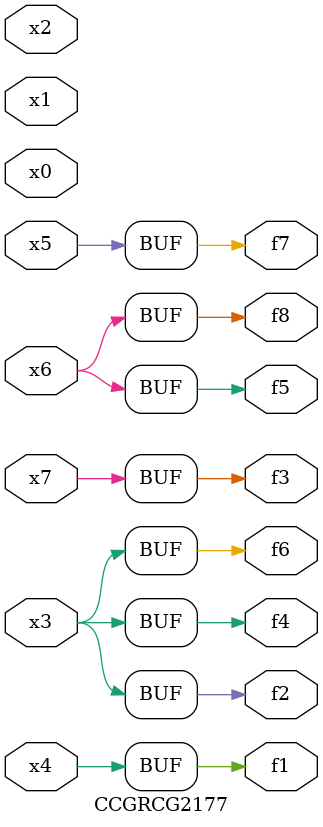
<source format=v>
module CCGRCG2177(
	input x0, x1, x2, x3, x4, x5, x6, x7,
	output f1, f2, f3, f4, f5, f6, f7, f8
);
	assign f1 = x4;
	assign f2 = x3;
	assign f3 = x7;
	assign f4 = x3;
	assign f5 = x6;
	assign f6 = x3;
	assign f7 = x5;
	assign f8 = x6;
endmodule

</source>
